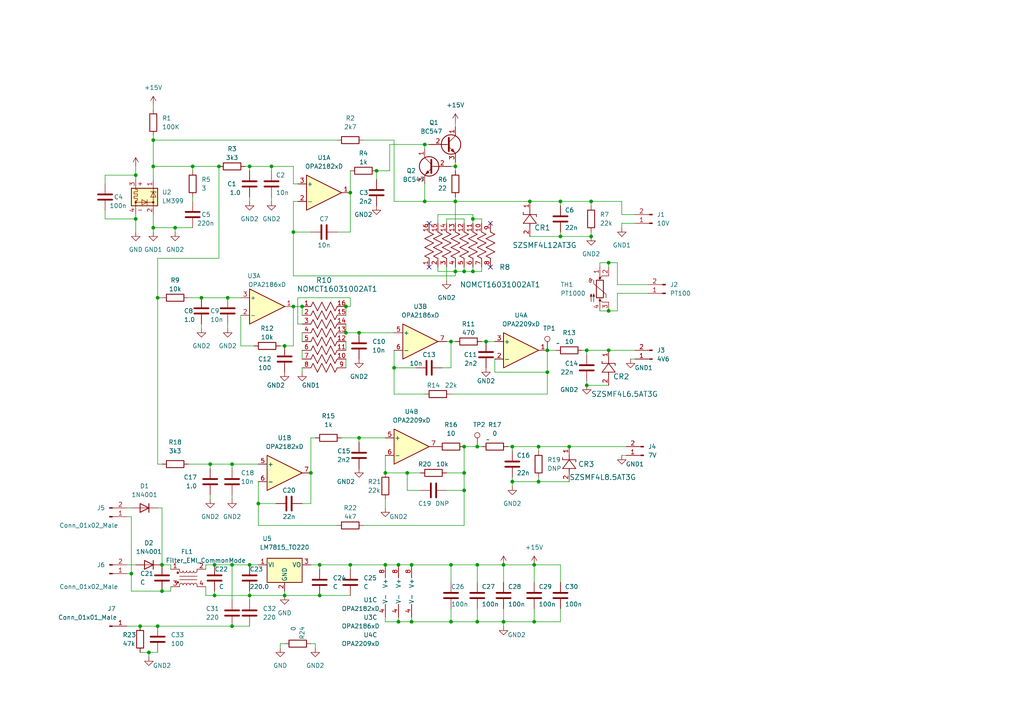
<source format=kicad_sch>
(kicad_sch (version 20231120) (generator "eeschema") (generator_version "8.0")
  (paper "A4")
  (title_block (title "Hobby 10/7/4,66 Volts reference") (date "2024-02-22") (rev "0.1"))
  (junction (at 100.33 88.9))
  (junction (at 156.21 129.54))
  (junction (at 39.37 63.5))
  (junction (at 118.11 137.16))
  (junction (at 58.42 86.36))
  (junction (at 114.3 106.68))
  (junction (at 134.62 78.74))
  (junction (at 44.45 66.04))
  (junction (at 50.8 66.04))
  (junction (at 46.99 171.45))
  (junction (at 154.94 163.83))
  (junction (at 104.14 96.52))
  (junction (at 119.38 180.34))
  (junction (at 63.5 48.26))
  (junction (at 171.45 58.42))
  (junction (at 45.72 181.61))
  (junction (at 72.39 48.26))
  (junction (at 146.05 163.83))
  (junction (at 100.33 96.52))
  (junction (at 123.19 41.91))
  (junction (at 67.31 163.83))
  (junction (at 134.62 137.16))
  (junction (at 66.04 86.36))
  (junction (at 74.93 146.05))
  (junction (at 156.21 139.7))
  (junction (at 101.6 163.83))
  (junction (at 158.75 107.95))
  (junction (at 87.63 88.9))
  (junction (at 165.1 129.54))
  (junction (at 62.23 163.83))
  (junction (at 130.81 163.83))
  (junction (at 130.81 180.34))
  (junction (at 62.23 172.72))
  (junction (at 176.53 76.2))
  (junction (at 85.09 88.9))
  (junction (at 72.39 172.72))
  (junction (at 158.75 101.6))
  (junction (at 154.94 180.34))
  (junction (at 115.57 180.34))
  (junction (at 39.37 50.8))
  (junction (at 171.45 68.58))
  (junction (at 111.76 137.16))
  (junction (at 43.18 189.23))
  (junction (at 109.22 49.53))
  (junction (at 123.19 58.42))
  (junction (at 46.99 163.83))
  (junction (at 45.72 86.36))
  (junction (at 132.08 78.74))
  (junction (at 138.43 180.34))
  (junction (at 101.6 55.88))
  (junction (at 162.56 58.42))
  (junction (at 153.67 58.42))
  (junction (at 170.18 111.76))
  (junction (at 82.55 100.33))
  (junction (at 132.08 48.26))
  (junction (at 176.53 90.17))
  (junction (at 72.39 163.83))
  (junction (at 82.55 172.72))
  (junction (at 104.14 127))
  (junction (at 115.57 163.83))
  (junction (at 134.62 142.24))
  (junction (at 137.16 78.74))
  (junction (at 138.43 129.54))
  (junction (at 38.1 166.37))
  (junction (at 78.74 48.26))
  (junction (at 92.71 172.72))
  (junction (at 137.16 63.5))
  (junction (at 40.64 181.61))
  (junction (at 130.81 99.06))
  (junction (at 140.97 99.06))
  (junction (at 134.62 129.54))
  (junction (at 111.76 163.83))
  (junction (at 55.88 48.26))
  (junction (at 85.09 67.31))
  (junction (at 67.31 181.61))
  (junction (at 162.56 68.58))
  (junction (at 132.08 58.42))
  (junction (at 176.53 101.6))
  (junction (at 44.45 40.64))
  (junction (at 138.43 163.83))
  (junction (at 148.59 139.7))
  (junction (at 92.71 163.83))
  (junction (at 67.31 134.62))
  (junction (at 148.59 129.54))
  (junction (at 119.38 163.83))
  (junction (at 60.96 134.62))
  (junction (at 170.18 101.6))
  (junction (at 44.45 48.26))
  (junction (at 146.05 180.34))
  (junction (at 90.17 137.16))
  (no_connect (at 142.24 77.47))
  (no_connect (at 142.24 64.77))
  (no_connect (at 124.46 64.77))
  (no_connect (at 124.46 77.47))
  (wire (pts (xy 85.09 48.26) (xy 85.09 53.34)))
  (wire (pts (xy 72.39 171.45) (xy 72.39 172.72)))
  (wire (pts (xy 129.54 137.16) (xy 134.62 137.16)))
  (wire (pts (xy 100.33 99.06) (xy 100.33 101.6)))
  (wire (pts (xy 82.55 171.45) (xy 82.55 172.72)))
  (wire (pts (xy 161.29 101.6) (xy 158.75 101.6)))
  (wire (pts (xy 74.93 152.4) (xy 97.79 152.4)))
  (wire (pts (xy 99.06 127) (xy 104.14 127)))
  (wire (pts (xy 81.28 186.69) (xy 82.55 186.69)))
  (wire (pts (xy 137.16 62.23) (xy 137.16 63.5)))
  (wire (pts (xy 49.53 163.83) (xy 49.53 165.1)))
  (wire (pts (xy 148.59 129.54) (xy 156.21 129.54)))
  (wire (pts (xy 113.03 41.91) (xy 123.19 41.91)))
  (wire (pts (xy 123.19 114.3) (xy 114.3 114.3)))
  (wire (pts (xy 176.53 76.2) (xy 179.07 76.2)))
  (wire (pts (xy 45.72 134.62) (xy 46.99 134.62)))
  (wire (pts (xy 46.99 163.83) (xy 49.53 163.83)))
  (wire (pts (xy 86.36 86.36) (xy 101.6 86.36)))
  (wire (pts (xy 101.6 49.53) (xy 101.6 55.88)))
  (wire (pts (xy 78.74 48.26) (xy 78.74 49.53)))
  (wire (pts (xy 105.41 40.64) (xy 114.3 40.64)))
  (wire (pts (xy 90.17 127) (xy 91.44 127)))
  (wire (pts (xy 45.72 74.93) (xy 45.72 86.36)))
  (wire (pts (xy 39.37 48.26) (xy 39.37 50.8)))
  (wire (pts (xy 180.34 132.08) (xy 181.61 132.08)))
  (wire (pts (xy 154.94 180.34) (xy 162.56 180.34)))
  (wire (pts (xy 39.37 63.5) (xy 30.48 63.5)))
  (wire (pts (xy 124.46 41.91) (xy 123.19 41.91)))
  (wire (pts (xy 101.6 86.36) (xy 101.6 88.9)))
  (wire (pts (xy 81.28 100.33) (xy 82.55 100.33)))
  (wire (pts (xy 129.54 77.47) (xy 129.54 81.28)))
  (wire (pts (xy 87.63 96.52) (xy 87.63 99.06)))
  (wire (pts (xy 109.22 49.53) (xy 109.22 52.07)))
  (wire (pts (xy 82.55 100.33) (xy 85.09 100.33)))
  (wire (pts (xy 130.81 99.06) (xy 130.81 106.68)))
  (wire (pts (xy 173.99 90.17) (xy 176.53 90.17)))
  (wire (pts (xy 55.88 66.04) (xy 50.8 66.04)))
  (wire (pts (xy 72.39 48.26) (xy 72.39 49.53)))
  (wire (pts (xy 40.64 189.23) (xy 43.18 189.23)))
  (wire (pts (xy 134.62 78.74) (xy 137.16 78.74)))
  (wire (pts (xy 69.85 91.44) (xy 69.85 100.33)))
  (wire (pts (xy 146.05 180.34) (xy 146.05 181.61)))
  (wire (pts (xy 109.22 49.53) (xy 113.03 49.53)))
  (wire (pts (xy 50.8 66.04) (xy 50.8 67.31)))
  (wire (pts (xy 73.66 100.33) (xy 69.85 100.33)))
  (wire (pts (xy 123.19 41.91) (xy 123.19 43.18)))
  (wire (pts (xy 87.63 101.6) (xy 87.63 104.14)))
  (wire (pts (xy 180.34 66.04) (xy 180.34 64.77)))
  (wire (pts (xy 171.45 58.42) (xy 180.34 58.42)))
  (wire (pts (xy 100.33 93.98) (xy 100.33 96.52)))
  (wire (pts (xy 44.45 48.26) (xy 44.45 52.07)))
  (wire (pts (xy 101.6 163.83) (xy 111.76 163.83)))
  (wire (pts (xy 130.81 163.83) (xy 138.43 163.83)))
  (wire (pts (xy 78.74 48.26) (xy 85.09 48.26)))
  (wire (pts (xy 138.43 163.83) (xy 146.05 163.83)))
  (wire (pts (xy 92.71 163.83) (xy 101.6 163.83)))
  (wire (pts (xy 154.94 163.83) (xy 162.56 163.83)))
  (wire (pts (xy 111.76 179.07) (xy 111.76 180.34)))
  (wire (pts (xy 111.76 147.32) (xy 111.76 144.78)))
  (wire (pts (xy 43.18 189.23) (xy 45.72 189.23)))
  (wire (pts (xy 113.03 49.53) (xy 113.03 41.91)))
  (wire (pts (xy 39.37 62.23) (xy 39.37 63.5)))
  (wire (pts (xy 38.1 166.37) (xy 38.1 171.45)))
  (wire (pts (xy 85.09 53.34) (xy 86.36 53.34)))
  (wire (pts (xy 86.36 58.42) (xy 85.09 58.42)))
  (wire (pts (xy 38.1 171.45) (xy 46.99 171.45)))
  (wire (pts (xy 123.19 58.42) (xy 132.08 58.42)))
  (wire (pts (xy 91.44 186.69) (xy 91.44 187.96)))
  (wire (pts (xy 90.17 137.16) (xy 90.17 146.05)))
  (wire (pts (xy 72.39 172.72) (xy 72.39 173.99)))
  (wire (pts (xy 58.42 93.98) (xy 58.42 95.25)))
  (wire (pts (xy 132.08 80.01) (xy 132.08 78.74)))
  (wire (pts (xy 130.81 48.26) (xy 132.08 48.26)))
  (wire (pts (xy 130.81 163.83) (xy 130.81 168.91)))
  (wire (pts (xy 130.81 114.3) (xy 158.75 114.3)))
  (wire (pts (xy 45.72 181.61) (xy 67.31 181.61)))
  (wire (pts (xy 59.69 163.83) (xy 62.23 163.83)))
  (wire (pts (xy 129.54 142.24) (xy 134.62 142.24)))
  (wire (pts (xy 127 78.74) (xy 132.08 78.74)))
  (wire (pts (xy 111.76 180.34) (xy 115.57 180.34)))
  (wire (pts (xy 187.96 82.55) (xy 179.07 82.55)))
  (wire (pts (xy 62.23 172.72) (xy 72.39 172.72)))
  (wire (pts (xy 134.62 142.24) (xy 134.62 152.4)))
  (wire (pts (xy 134.62 77.47) (xy 134.62 78.74)))
  (wire (pts (xy 46.99 171.45) (xy 49.53 171.45)))
  (wire (pts (xy 153.67 58.42) (xy 162.56 58.42)))
  (wire (pts (xy 132.08 58.42) (xy 132.08 64.77)))
  (wire (pts (xy 173.99 76.2) (xy 176.53 76.2)))
  (wire (pts (xy 44.45 40.64) (xy 97.79 40.64)))
  (wire (pts (xy 158.75 107.95) (xy 143.51 107.95)))
  (wire (pts (xy 74.93 139.7) (xy 74.93 146.05)))
  (wire (pts (xy 104.14 96.52) (xy 114.3 96.52)))
  (wire (pts (xy 72.39 163.83) (xy 74.93 163.83)))
  (wire (pts (xy 173.99 77.47) (xy 173.99 76.2)))
  (wire (pts (xy 158.75 101.6) (xy 158.75 107.95)))
  (wire (pts (xy 134.62 129.54) (xy 138.43 129.54)))
  (wire (pts (xy 156.21 129.54) (xy 156.21 130.81)))
  (wire (pts (xy 132.08 57.15) (xy 132.08 58.42)))
  (wire (pts (xy 134.62 64.77) (xy 134.62 63.5)))
  (wire (pts (xy 127 62.23) (xy 137.16 62.23)))
  (wire (pts (xy 101.6 88.9) (xy 100.33 88.9)))
  (wire (pts (xy 119.38 163.83) (xy 130.81 163.83)))
  (wire (pts (xy 71.12 48.26) (xy 72.39 48.26)))
  (wire (pts (xy 170.18 110.49) (xy 170.18 111.76)))
  (wire (pts (xy 179.07 82.55) (xy 179.07 76.2)))
  (wire (pts (xy 176.53 111.76) (xy 170.18 111.76)))
  (wire (pts (xy 162.56 68.58) (xy 171.45 68.58)))
  (wire (pts (xy 148.59 139.7) (xy 156.21 139.7)))
  (wire (pts (xy 72.39 57.15) (xy 72.39 58.42)))
  (wire (pts (xy 85.09 58.42) (xy 85.09 67.31)))
  (wire (pts (xy 115.57 179.07) (xy 115.57 180.34)))
  (wire (pts (xy 62.23 163.83) (xy 67.31 163.83)))
  (wire (pts (xy 36.83 166.37) (xy 38.1 166.37)))
  (wire (pts (xy 43.18 189.23) (xy 43.18 190.5)))
  (wire (pts (xy 104.14 127) (xy 111.76 127)))
  (wire (pts (xy 30.48 60.96) (xy 30.48 63.5)))
  (wire (pts (xy 180.34 58.42) (xy 180.34 62.23)))
  (wire (pts (xy 146.05 180.34) (xy 154.94 180.34)))
  (wire (pts (xy 45.72 147.32) (xy 46.99 147.32)))
  (wire (pts (xy 137.16 78.74) (xy 139.7 78.74)))
  (wire (pts (xy 132.08 46.99) (xy 132.08 48.26)))
  (wire (pts (xy 121.92 142.24) (xy 118.11 142.24)))
  (wire (pts (xy 139.7 99.06) (xy 140.97 99.06)))
  (wire (pts (xy 39.37 52.07) (xy 39.37 50.8)))
  (wire (pts (xy 162.56 67.31) (xy 162.56 68.58)))
  (wire (pts (xy 63.5 74.93) (xy 63.5 48.26)))
  (wire (pts (xy 158.75 107.95) (xy 158.75 114.3)))
  (wire (pts (xy 156.21 138.43) (xy 156.21 139.7)))
  (wire (pts (xy 162.56 163.83) (xy 162.56 168.91)))
  (wire (pts (xy 105.41 152.4) (xy 134.62 152.4)))
  (wire (pts (xy 127 77.47) (xy 127 78.74)))
  (wire (pts (xy 67.31 181.61) (xy 72.39 181.61)))
  (wire (pts (xy 146.05 163.83) (xy 154.94 163.83)))
  (wire (pts (xy 30.48 50.8) (xy 30.48 53.34)))
  (wire (pts (xy 101.6 67.31) (xy 101.6 55.88)))
  (wire (pts (xy 74.93 146.05) (xy 74.93 152.4)))
  (wire (pts (xy 39.37 50.8) (xy 30.48 50.8)))
  (wire (pts (xy 180.34 64.77) (xy 184.15 64.77)))
  (wire (pts (xy 187.96 85.09) (xy 179.07 85.09)))
  (wire (pts (xy 127 64.77) (xy 127 62.23)))
  (wire (pts (xy 138.43 180.34) (xy 146.05 180.34)))
  (wire (pts (xy 60.96 143.51) (xy 60.96 144.78)))
  (wire (pts (xy 36.83 147.32) (xy 38.1 147.32)))
  (wire (pts (xy 100.33 104.14) (xy 100.33 106.68)))
  (wire (pts (xy 72.39 48.26) (xy 78.74 48.26)))
  (wire (pts (xy 171.45 58.42) (xy 171.45 59.69)))
  (wire (pts (xy 130.81 99.06) (xy 129.54 99.06)))
  (wire (pts (xy 139.7 63.5) (xy 139.7 64.77)))
  (wire (pts (xy 54.61 134.62) (xy 60.96 134.62)))
  (wire (pts (xy 55.88 48.26) (xy 44.45 48.26)))
  (wire (pts (xy 97.79 67.31) (xy 101.6 67.31)))
  (wire (pts (xy 58.42 86.36) (xy 66.04 86.36)))
  (wire (pts (xy 134.62 63.5) (xy 129.54 63.5)))
  (wire (pts (xy 59.69 172.72) (xy 62.23 172.72)))
  (wire (pts (xy 85.09 88.9) (xy 85.09 100.33)))
  (wire (pts (xy 114.3 106.68) (xy 114.3 114.3)))
  (wire (pts (xy 92.71 172.72) (xy 101.6 172.72)))
  (wire (pts (xy 162.56 176.53) (xy 162.56 180.34)))
  (wire (pts (xy 118.11 137.16) (xy 118.11 142.24)))
  (wire (pts (xy 59.69 170.18) (xy 59.69 172.72)))
  (wire (pts (xy 165.1 129.54) (xy 181.61 129.54)))
  (wire (pts (xy 132.08 99.06) (xy 130.81 99.06)))
  (wire (pts (xy 82.55 172.72) (xy 92.71 172.72)))
  (wire (pts (xy 45.72 74.93) (xy 63.5 74.93)))
  (wire (pts (xy 138.43 129.54) (xy 139.7 129.54)))
  (wire (pts (xy 85.09 67.31) (xy 90.17 67.31)))
  (wire (pts (xy 179.07 85.09) (xy 179.07 90.17)))
  (wire (pts (xy 114.3 106.68) (xy 120.65 106.68)))
  (wire (pts (xy 147.32 129.54) (xy 148.59 129.54)))
  (wire (pts (xy 44.45 39.37) (xy 44.45 40.64)))
  (wire (pts (xy 66.04 86.36) (xy 69.85 86.36)))
  (wire (pts (xy 90.17 146.05) (xy 87.63 146.05)))
  (wire (pts (xy 153.67 68.58) (xy 162.56 68.58)))
  (wire (pts (xy 85.09 88.9) (xy 87.63 88.9)))
  (wire (pts (xy 148.59 139.7) (xy 148.59 140.97)))
  (wire (pts (xy 123.19 53.34) (xy 123.19 58.42)))
  (wire (pts (xy 118.11 137.16) (xy 121.92 137.16)))
  (wire (pts (xy 36.83 163.83) (xy 39.37 163.83)))
  (wire (pts (xy 171.45 67.31) (xy 171.45 68.58)))
  (wire (pts (xy 87.63 88.9) (xy 87.63 91.44)))
  (wire (pts (xy 146.05 176.53) (xy 146.05 180.34)))
  (wire (pts (xy 138.43 176.53) (xy 138.43 180.34)))
  (wire (pts (xy 132.08 48.26) (xy 132.08 49.53)))
  (wire (pts (xy 46.99 86.36) (xy 45.72 86.36)))
  (wire (pts (xy 130.81 106.68) (xy 128.27 106.68)))
  (wire (pts (xy 132.08 78.74) (xy 134.62 78.74)))
  (wire (pts (xy 143.51 104.14) (xy 143.51 107.95)))
  (wire (pts (xy 67.31 134.62) (xy 74.93 134.62)))
  (wire (pts (xy 36.83 181.61) (xy 40.64 181.61)))
  (wire (pts (xy 139.7 77.47) (xy 139.7 78.74)))
  (wire (pts (xy 148.59 138.43) (xy 148.59 139.7)))
  (wire (pts (xy 36.83 149.86) (xy 38.1 149.86)))
  (wire (pts (xy 148.59 129.54) (xy 148.59 130.81)))
  (wire (pts (xy 81.28 187.96) (xy 81.28 186.69)))
  (wire (pts (xy 132.08 58.42) (xy 153.67 58.42)))
  (wire (pts (xy 100.33 96.52) (xy 104.14 96.52)))
  (wire (pts (xy 55.88 48.26) (xy 63.5 48.26)))
  (wire (pts (xy 67.31 143.51) (xy 67.31 144.78)))
  (wire (pts (xy 67.31 134.62) (xy 67.31 135.89)))
  (wire (pts (xy 132.08 78.74) (xy 132.08 77.47)))
  (wire (pts (xy 78.74 57.15) (xy 78.74 58.42)))
  (wire (pts (xy 111.76 137.16) (xy 118.11 137.16)))
  (wire (pts (xy 66.04 95.25) (xy 66.04 93.98)))
  (wire (pts (xy 38.1 149.86) (xy 38.1 166.37)))
  (wire (pts (xy 115.57 180.34) (xy 119.38 180.34)))
  (wire (pts (xy 44.45 66.04) (xy 44.45 67.31)))
  (wire (pts (xy 154.94 176.53) (xy 154.94 180.34)))
  (wire (pts (xy 137.16 63.5) (xy 139.7 63.5)))
  (wire (pts (xy 162.56 58.42) (xy 171.45 58.42)))
  (wire (pts (xy 39.37 63.5) (xy 39.37 67.31)))
  (wire (pts (xy 40.64 181.61) (xy 45.72 181.61)))
  (wire (pts (xy 114.3 58.42) (xy 123.19 58.42)))
  (wire (pts (xy 129.54 63.5) (xy 129.54 64.77)))
  (wire (pts (xy 44.45 40.64) (xy 44.45 48.26)))
  (wire (pts (xy 101.6 163.83) (xy 101.6 165.1)))
  (wire (pts (xy 92.71 163.83) (xy 92.71 165.1)))
  (wire (pts (xy 154.94 163.83) (xy 154.94 168.91)))
  (wire (pts (xy 86.36 93.98) (xy 86.36 86.36)))
  (wire (pts (xy 119.38 180.34) (xy 130.81 180.34)))
  (wire (pts (xy 111.76 163.83) (xy 115.57 163.83)))
  (wire (pts (xy 170.18 101.6) (xy 170.18 102.87)))
  (wire (pts (xy 156.21 139.7) (xy 165.1 139.7)))
  (wire (pts (xy 59.69 165.1) (xy 59.69 163.83)))
  (wire (pts (xy 100.33 88.9) (xy 100.33 91.44)))
  (wire (pts (xy 87.63 106.68) (xy 87.63 107.95)))
  (wire (pts (xy 137.16 64.77) (xy 137.16 63.5)))
  (wire (pts (xy 132.08 35.56) (xy 132.08 36.83)))
  (wire (pts (xy 85.09 67.31) (xy 85.09 80.01)))
  (wire (pts (xy 146.05 163.83) (xy 146.05 168.91)))
  (wire (pts (xy 104.14 127) (xy 104.14 128.27)))
  (wire (pts (xy 55.88 57.15) (xy 55.88 58.42)))
  (wire (pts (xy 67.31 163.83) (xy 67.31 173.99)))
  (wire (pts (xy 184.15 62.23) (xy 180.34 62.23)))
  (wire (pts (xy 54.61 86.36) (xy 58.42 86.36)))
  (wire (pts (xy 60.96 134.62) (xy 67.31 134.62)))
  (wire (pts (xy 182.88 104.14) (xy 184.15 104.14)))
  (wire (pts (xy 46.99 147.32) (xy 46.99 163.83)))
  (wire (pts (xy 90.17 186.69) (xy 91.44 186.69)))
  (wire (pts (xy 44.45 62.23) (xy 44.45 66.04)))
  (wire (pts (xy 50.8 66.04) (xy 44.45 66.04)))
  (wire (pts (xy 60.96 134.62) (xy 60.96 135.89)))
  (wire (pts (xy 130.81 180.34) (xy 138.43 180.34)))
  (wire (pts (xy 74.93 146.05) (xy 80.01 146.05)))
  (wire (pts (xy 156.21 129.54) (xy 165.1 129.54)))
  (wire (pts (xy 55.88 48.26) (xy 55.88 49.53)))
  (wire (pts (xy 87.63 93.98) (xy 86.36 93.98)))
  (wire (pts (xy 176.53 76.2) (xy 176.53 77.47)))
  (wire (pts (xy 114.3 40.64) (xy 114.3 58.42)))
  (wire (pts (xy 45.72 86.36) (xy 45.72 134.62)))
  (wire (pts (xy 130.81 176.53) (xy 130.81 180.34)))
  (wire (pts (xy 134.62 129.54) (xy 134.62 137.16)))
  (wire (pts (xy 134.62 137.16) (xy 134.62 142.24)))
  (wire (pts (xy 90.17 137.16) (xy 90.17 127)))
  (wire (pts (xy 168.91 101.6) (xy 170.18 101.6)))
  (wire (pts (xy 143.51 99.06) (xy 140.97 99.06)))
  (wire (pts (xy 49.53 170.18) (xy 49.53 171.45)))
  (wire (pts (xy 162.56 58.42) (xy 162.56 59.69)))
  (wire (pts (xy 90.17 163.83) (xy 92.71 163.83)))
  (wire (pts (xy 179.07 90.17) (xy 176.53 90.17)))
  (wire (pts (xy 85.09 80.01) (xy 132.08 80.01)))
  (wire (pts (xy 170.18 101.6) (xy 176.53 101.6)))
  (wire (pts (xy 67.31 163.83) (xy 72.39 163.83)))
  (wire (pts (xy 72.39 172.72) (xy 82.55 172.72)))
  (wire (pts (xy 111.76 132.08) (xy 111.76 137.16)))
  (wire (pts (xy 119.38 179.07) (xy 119.38 180.34)))
  (wire (pts (xy 138.43 163.83) (xy 138.43 168.91)))
  (wire (pts (xy 62.23 171.45) (xy 62.23 172.72)))
  (wire (pts (xy 114.3 101.6) (xy 114.3 106.68)))
  (wire (pts (xy 115.57 163.83) (xy 119.38 163.83)))
  (wire (pts (xy 137.16 77.47) (xy 137.16 78.74)))
  (wire (pts (xy 176.53 101.6) (xy 184.15 101.6)))
  (wire (pts (xy 44.45 30.48) (xy 44.45 31.75)))
  (symbol (lib_id "Amplifier_Operational:OPA2196xD") (at 77.47 88.9 0) (unit 1)
    (property "Reference" "U3" (at 73.66 80.01 0))
    (property "Value" "OPA2186xD" (at 77.47 82.55 0))
    (property "Footprint" "Package_SO:SOIC-8_3.9x4.9mm_P1.27mm" (effects (hide yes)))
    (property "Datasheet" "http://www.ti.com/lit/ds/symlink/opa4196.pdf" (effects (hide yes)))
  )
  (symbol (lib_id "power:GND1") (at 180.34 66.04 0) (unit 1)
    (property "Reference" "#PWR07" (effects (hide yes)))
    (property "Value" "GND1" (at 180.34 71.12 0))
  )
  (symbol (lib_id "power:GND2") (at 148.59 140.97 0) (unit 1)
    (property "Reference" "#PWR023" (effects (hide yes)))
    (property "Value" "GND2" (at 148.59 146.05 0))
  )
  (symbol (lib_id "Connector:Conn_01x02_Male") (at 31.75 166.37 0) (mirror x) (unit 1)
    (property "Reference" "J6" (at 30.48 163.8299 0) (effects (justify right)))
    (property "Value" "Conn_01x02_Male" (at 34.29 170.18 0) (effects (justify right)))
    (property "Footprint" "Connector_PinHeader_2.54mm:PinHeader_1x02_P2.54mm_Horizontal" (effects (hide yes)))
  )
  (symbol (lib_id "Transistor_BJT:BC547") (at 125.73 48.26 0) (mirror y) (unit 1)
    (property "Reference" "Q2" (at 120.65 49.53 0) (effects (justify left)))
    (property "Value" "BC547" (at 123.19 52.07 0) (effects (justify left)))
    (property "Footprint" "Package_TO_SOT_THT:TO-92_Inline" (effects (hide yes)))
    (property "Datasheet" "https://www.onsemi.com/pub/Collateral/BC550-D.pdf" (effects (hide yes)))
  )
  (symbol (lib_id "NOMC:NOMCT16031002AT1") (at 124.46 77.47 90) (unit 1)
    (property "Reference" "R8" (at 144.78 77.47 90) (effects (font (size 1.524 1.524)) (justify right)))
    (property "Value" "NOMCT16031002AT1" (at 133.35 82.55 90) (effects (font (size 1.524 1.524)) (justify right)))
    (property "Footprint" "Package_SO:SO-16_3.9x9.9mm_P1.27mm" (effects (hide yes)))
    (property "Datasheet" "NOMCT16031002AT1" (effects (hide yes)))
  )
  (symbol (lib_id "Amplifier_Operational:OPA2196xD") (at 115.57 171.45 0) (unit 3)
    (property "Reference" "U3" (at 105.41 179.07 0) (effects (justify left)))
    (property "Value" "OPA2186xD" (at 99.06 181.61 0) (effects (justify left)))
    (property "Footprint" "Package_SO:SOIC-8_3.9x4.9mm_P1.27mm" (effects (hide yes)))
    (property "Datasheet" "http://www.ti.com/lit/ds/symlink/opa4196.pdf" (effects (hide yes)))
  )
  (symbol (lib_id "power:+15V") (at 154.94 163.83 0) (unit 1)
    (property "Reference" "#PWR028" (effects (hide yes)))
    (property "Value" "+15V" (at 154.94 158.75 0))
  )
  (symbol (lib_id "Device:R") (at 156.21 134.62 0) (unit 1)
    (property "Reference" "R19" (at 158.75 133.3499 0) (effects (justify left)))
    (property "Value" "DNP" (at 158.75 135.8899 0) (effects (justify left)))
    (property "Footprint" "Resistor_SMD:R_0805_2012Metric_Pad1.20x1.40mm_HandSolder" (effects (hide yes)))
  )
  (symbol (lib_id "power:GND1") (at 44.45 67.31 0) (unit 1)
    (property "Reference" "#PWR09" (effects (hide yes)))
    (property "Value" "GND1" (at 44.45 72.39 0))
  )
  (symbol (lib_id "Device:C") (at 104.14 132.08 0) (unit 1)
    (property "Reference" "C15" (at 97.79 130.81 0) (effects (justify left)))
    (property "Value" "2n2" (at 97.79 133.35 0) (effects (justify left)))
    (property "Footprint" "Capacitor_SMD:C_0805_2012Metric_Pad1.18x1.45mm_HandSolder" (effects (hide yes)))
  )
  (symbol (lib_id "Diode:1N4001") (at 41.91 147.32 180) (unit 1)
    (property "Reference" "D1" (at 41.91 140.97 0))
    (property "Value" "1N4001" (at 41.91 143.51 0))
    (property "Footprint" "Diode_THT:D_DO-41_SOD81_P10.16mm_Horizontal" (effects (hide yes)))
    (property "Datasheet" "http://www.vishay.com/docs/88503/1n4001.pdf" (effects (hide yes)))
  )
  (symbol (lib_id "Device:R") (at 55.88 53.34 0) (unit 1)
    (property "Reference" "R5" (at 58.42 52.0699 0) (effects (justify left)))
    (property "Value" "3" (at 58.42 54.6099 0) (effects (justify left)))
    (property "Footprint" "Resistor_SMD:R_0805_2012Metric_Pad1.20x1.40mm_HandSolder" (effects (hide yes)))
  )
  (symbol (lib_id "Device:R") (at 111.76 140.97 0) (unit 1)
    (property "Reference" "R21" (at 106.68 139.7 0) (effects (justify left)))
    (property "Value" "22k" (at 106.68 142.24 0) (effects (justify left)))
    (property "Footprint" "Resistor_SMD:R_0805_2012Metric_Pad1.20x1.40mm_HandSolder" (effects (hide yes)))
  )
  (symbol (lib_id "power:+24V") (at 146.05 163.83 0) (unit 1)
    (property "Reference" "#PWR027" (effects (hide yes)))
    (property "Value" "+24V" (effects (hide yes)))
  )
  (symbol (lib_id "Connector:Conn_01x02_Male") (at 189.23 104.14 180) (unit 1)
    (property "Reference" "J3" (at 190.5 101.5999 0) (effects (justify right)))
    (property "Value" "4V6" (at 190.5 104.1399 0) (effects (justify right)))
    (property "Footprint" "Connector_PinHeader_2.54mm:PinHeader_1x02_P2.54mm_Vertical" (effects (hide yes)))
  )
  (symbol (lib_id "Diode:1N4001") (at 43.18 163.83 180) (unit 1)
    (property "Reference" "D2" (at 43.18 157.48 0))
    (property "Value" "1N4001" (at 43.18 160.02 0))
    (property "Footprint" "Diode_THT:D_DO-41_SOD81_P10.16mm_Horizontal" (effects (hide yes)))
    (property "Datasheet" "http://www.vishay.com/docs/88503/1n4001.pdf" (effects (hide yes)))
  )
  (symbol (lib_id "Device:R") (at 67.31 48.26 90) (unit 1)
    (property "Reference" "R3" (at 67.31 43.18 90))
    (property "Value" "3k3" (at 67.31 45.72 90))
    (property "Footprint" "Resistor_SMD:R_0805_2012Metric_Pad1.20x1.40mm_HandSolder" (effects (hide yes)))
  )
  (symbol (lib_id "Device:R") (at 127 114.3 90) (unit 1)
    (property "Reference" "R14" (at 125.73 111.76 90))
    (property "Value" "22k" (at 130.81 111.76 90))
    (property "Footprint" "Resistor_SMD:R_0805_2012Metric_Pad1.20x1.40mm_HandSolder" (effects (hide yes)))
  )
  (symbol (lib_id "Device:R") (at 86.36 186.69 270) (mirror x) (unit 1)
    (property "Reference" "R24" (at 87.63 181.61 0) (effects (justify right)))
    (property "Value" "0" (at 85.09 181.61 0) (effects (justify right)))
    (property "Footprint" "Resistor_SMD:R_1206_3216Metric_Pad1.30x1.75mm_HandSolder" (effects (hide yes)))
  )
  (symbol (lib_id "power:GND2") (at 171.45 68.58 0) (unit 1)
    (property "Reference" "#PWR011" (effects (hide yes)))
    (property "Value" "GND2" (at 171.45 73.66 0))
  )
  (symbol (lib_id "Regulator_Linear:LM7815_TO220") (at 82.55 163.83 0) (unit 1)
    (property "Reference" "U5" (at 77.47 156.21 0))
    (property "Value" "LM7815_TO220" (at 82.55 158.75 0))
    (property "Footprint" "Package_TO_SOT_THT:TO-220-3_Vertical" (effects (hide yes)))
    (property "Datasheet" "https://www.onsemi.cn/PowerSolutions/document/MC7800-D.PDF" (effects (hide yes)))
  )
  (symbol (lib_id "Device:C") (at 162.56 63.5 0) (unit 1)
    (property "Reference" "C6" (at 163.83 60.96 0) (effects (justify left)))
    (property "Value" "22n" (at 163.83 66.04 0) (effects (justify left)))
    (property "Footprint" "Capacitor_SMD:C_0805_2012Metric_Pad1.18x1.45mm_HandSolder" (effects (hide yes)))
  )
  (symbol (lib_id "Amplifier_Operational:OPA2196xD") (at 119.38 129.54 0) (unit 2)
    (property "Reference" "U4" (at 119.38 119.38 0))
    (property "Value" "OPA2209xD" (at 119.38 121.92 0))
    (property "Footprint" "Package_SO:SOIC-8_3.9x4.9mm_P1.27mm" (effects (hide yes)))
    (property "Datasheet" "http://www.ti.com/lit/ds/symlink/opa4196.pdf" (effects (hide yes)))
  )
  (symbol (lib_id "Device:R") (at 143.51 129.54 90) (unit 1)
    (property "Reference" "R17" (at 143.51 123.19 90))
    (property "Value" "0" (at 143.51 125.73 90))
    (property "Footprint" "Resistor_SMD:R_0805_2012Metric_Pad1.20x1.40mm_HandSolder" (effects (hide yes)))
  )
  (symbol (lib_id "Device:C") (at 170.18 106.68 0) (mirror y) (unit 1)
    (property "Reference" "C14" (at 163.83 105.41 0) (effects (justify right)))
    (property "Value" "22n" (at 162.56 107.95 0) (effects (justify right)))
    (property "Footprint" "Capacitor_SMD:C_0805_2012Metric_Pad1.18x1.45mm_HandSolder" (effects (hide yes)))
  )
  (symbol (lib_id "power:GND2") (at 104.14 135.89 0) (unit 1)
    (property "Reference" "#PWR022" (effects (hide yes)))
    (property "Value" "GND2" (at 100.33 139.7 0))
  )
  (symbol (lib_id "Device:C") (at 62.23 167.64 0) (unit 1)
    (property "Reference" "C22" (at 62.23 165.1 0) (effects (justify left)))
    (property "Value" "C" (at 63.5 170.18 0) (effects (justify left)))
    (property "Footprint" "Capacitor_SMD:C_1206_3216Metric" (effects (hide yes)))
  )
  (symbol (lib_id "Device:C") (at 130.81 172.72 0) (unit 1)
    (property "Reference" "C26" (at 130.81 170.18 0) (effects (justify left)))
    (property "Value" "100n" (at 130.81 175.26 0) (effects (justify left)))
    (property "Footprint" "Capacitor_SMD:C_0805_2012Metric_Pad1.18x1.45mm_HandSolder" (effects (hide yes)))
  )
  (symbol (lib_id "Device:R") (at 40.64 185.42 0) (mirror y) (unit 1)
    (property "Reference" "R23" (at 35.56 184.15 0) (effects (justify right)))
    (property "Value" "47k" (at 35.56 186.69 0) (effects (justify right)))
    (property "Footprint" "Resistor_SMD:R_1206_3216Metric_Pad1.30x1.75mm_HandSolder" (effects (hide yes)))
  )
  (symbol (lib_id "Device:C") (at 67.31 177.8 0) (mirror y) (unit 1)
    (property "Reference" "C31" (at 59.69 176.53 0) (effects (justify right)))
    (property "Value" "220" (at 59.69 179.07 0) (effects (justify right)))
    (property "Footprint" "Capacitor_SMD:C_0805_2012Metric_Pad1.18x1.45mm_HandSolder" (effects (hide yes)))
  )
  (symbol (lib_id "power:GND1") (at 180.34 132.08 0) (unit 1)
    (property "Reference" "#PWR021" (effects (hide yes)))
    (property "Value" "GND1" (at 184.15 134.62 0))
  )
  (symbol (lib_id "Device:C") (at 146.05 172.72 0) (unit 1)
    (property "Reference" "C28" (at 147.32 170.18 0) (effects (justify left)))
    (property "Value" "100n" (at 147.32 175.26 0) (effects (justify left)))
    (property "Footprint" "Capacitor_SMD:C_0805_2012Metric_Pad1.18x1.45mm_HandSolder" (effects (hide yes)))
  )
  (symbol (lib_id "Amplifier_Operational:OPA2196xD") (at 93.98 55.88 0) (unit 1)
    (property "Reference" "U1" (at 93.98 45.72 0))
    (property "Value" "OPA2182xD" (at 93.98 48.26 0))
    (property "Footprint" "Package_SO:SOIC-8_3.9x4.9mm_P1.27mm" (effects (hide yes)))
    (property "Datasheet" "http://www.ti.com/lit/ds/symlink/opa4196.pdf" (effects (hide yes)))
  )
  (symbol (lib_id "Device:C") (at 154.94 172.72 0) (unit 1)
    (property "Reference" "C29" (at 156.21 170.18 0) (effects (justify left)))
    (property "Value" "100n" (at 156.21 175.26 0) (effects (justify left)))
    (property "Footprint" "Capacitor_SMD:C_0805_2012Metric_Pad1.18x1.45mm_HandSolder" (effects (hide yes)))
  )
  (symbol (lib_id "TVS:TPSMF4L5.0A") (at 165.1 139.7 90) (unit 1)
    (property "Reference" "CR3" (at 167.64 134.62 90) (effects (font (size 1.524 1.524)) (justify right)))
    (property "Value" "SZSMF4L8.5AT3G" (at 165.1 138.43 90) (effects (font (size 1.524 1.524)) (justify right)))
    (property "Footprint" "TVS:ZDO_TPSMF4L5.0A_LTF" (effects (hide yes)))
    (property "Datasheet" "TPSMF4L5.0A" (effects (hide yes)))
  )
  (symbol (lib_id "Connector:Conn_01x02_Male") (at 189.23 64.77 180) (unit 1)
    (property "Reference" "J1" (at 190.5 62.2299 0) (effects (justify right)))
    (property "Value" "10V" (at 190.5 64.7699 0) (effects (justify right)))
    (property "Footprint" "Connector_PinHeader_2.54mm:PinHeader_1x02_P2.54mm_Vertical" (effects (hide yes)))
  )
  (symbol (lib_id "power:GND2") (at 60.96 144.78 0) (unit 1)
    (property "Reference" "#PWR024" (effects (hide yes)))
    (property "Value" "GND2" (at 60.96 149.86 0))
  )
  (symbol (lib_id "Connector:Conn_01x02_Male") (at 193.04 85.09 180) (unit 1)
    (property "Reference" "J2" (at 194.31 82.5499 0) (effects (justify right)))
    (property "Value" "PT100" (at 194.31 85.0899 0) (effects (justify right)))
    (property "Footprint" "Connector_PinHeader_2.54mm:PinHeader_1x02_P2.54mm_Vertical" (effects (hide yes)))
  )
  (symbol (lib_id "Connector:Conn_01x02_Male") (at 31.75 149.86 0) (mirror x) (unit 1)
    (property "Reference" "J5" (at 30.48 147.3199 0) (effects (justify right)))
    (property "Value" "Conn_01x02_Male" (at 34.29 152.4 0) (effects (justify right)))
    (property "Footprint" "Connector_PinHeader_2.54mm:PinHeader_1x02_P2.54mm_Horizontal" (effects (hide yes)))
  )
  (symbol (lib_id "power:GND") (at 82.55 172.72 0) (unit 1)
    (property "Reference" "#PWR029" (effects (hide yes)))
    (property "Value" "GND" (at 82.55 177.8 0))
  )
  (symbol (lib_id "power:GND2") (at 72.39 58.42 0) (unit 1)
    (property "Reference" "#PWR04" (effects (hide yes)))
    (property "Value" "GND2" (at 72.39 63.5 0))
  )
  (symbol (lib_id "Device:C") (at 30.48 57.15 0) (unit 1)
    (property "Reference" "C4" (at 33.02 57.15 0) (effects (justify left)))
    (property "Value" "100n" (at 31.75 59.69 0) (effects (justify left)))
    (property "Footprint" "Capacitor_SMD:C_0805_2012Metric_Pad1.18x1.45mm_HandSolder" (effects (hide yes)))
  )
  (symbol (lib_id "power:GND2") (at 170.18 111.76 0) (unit 1)
    (property "Reference" "#PWR020" (effects (hide yes)))
    (property "Value" "GND2" (at 165.1 113.03 0))
  )
  (symbol (lib_id "Device:C") (at 55.88 62.23 0) (unit 1)
    (property "Reference" "C5" (at 58.42 62.23 0) (effects (justify left)))
    (property "Value" "220n" (at 57.15 64.77 0) (effects (justify left)))
    (property "Footprint" "Capacitor_SMD:C_0805_2012Metric_Pad1.18x1.45mm_HandSolder" (effects (hide yes)))
  )
  (symbol (lib_id "Device:R") (at 101.6 40.64 90) (unit 1)
    (property "Reference" "R2" (at 101.6 34.29 90))
    (property "Value" "2k7" (at 101.6 36.83 90))
    (property "Footprint" "Resistor_SMD:R_0805_2012Metric_Pad1.20x1.40mm_HandSolder" (effects (hide yes)))
  )
  (symbol (lib_id "Device:R") (at 44.45 35.56 0) (unit 1)
    (property "Reference" "R1" (at 46.99 34.2899 0) (effects (justify left)))
    (property "Value" "100K" (at 46.99 36.8299 0) (effects (justify left)))
    (property "Footprint" "Resistor_SMD:R_0805_2012Metric_Pad1.20x1.40mm_HandSolder" (effects (hide yes)))
  )
  (symbol (lib_id "power:GND1") (at 182.88 104.14 0) (unit 1)
    (property "Reference" "#PWR016" (effects (hide yes)))
    (property "Value" "GND1" (at 186.69 106.68 0))
  )
  (symbol (lib_id "Device:C") (at 125.73 142.24 90) (unit 1)
    (property "Reference" "C19" (at 123.19 146.05 90))
    (property "Value" "DNP" (at 128.27 146.05 90))
    (property "Footprint" "Capacitor_SMD:C_0805_2012Metric_Pad1.18x1.45mm_HandSolder" (effects (hide yes)))
  )
  (symbol (lib_id "Device:R") (at 165.1 101.6 90) (unit 1)
    (property "Reference" "R13" (at 165.1 96.52 90))
    (property "Value" "10" (at 165.1 99.06 90))
    (property "Footprint" "Resistor_SMD:R_0805_2012Metric_Pad1.20x1.40mm_HandSolder" (effects (hide yes)))
  )
  (symbol (lib_id "power:GND2") (at 43.18 190.5 0) (unit 1)
    (property "Reference" "#PWR033" (effects (hide yes)))
    (property "Value" "GND2" (at 46.99 193.04 0))
  )
  (symbol (lib_id "Device:C") (at 101.6 168.91 0) (unit 1)
    (property "Reference" "C25" (at 105.41 167.6399 0) (effects (justify left)))
    (property "Value" "C" (at 105.41 170.1799 0) (effects (justify left)))
    (property "Footprint" "Capacitor_THT:CP_Radial_D10.0mm_P7.50mm" (effects (hide yes)))
  )
  (symbol (lib_id "Device:C") (at 67.31 139.7 0) (unit 1)
    (property "Reference" "C18" (at 69.85 137.16 0) (effects (justify left)))
    (property "Value" "10n" (at 69.85 139.7 0) (effects (justify left)))
    (property "Footprint" "Capacitor_SMD:C_0805_2012Metric_Pad1.18x1.45mm_HandSolder" (effects (hide yes)))
    (property "Datasheet" "GCM2195C1K103FA16D " (effects (hide yes)))
  )
  (symbol (lib_id "power:GND2") (at 104.14 104.14 0) (unit 1)
    (property "Reference" "#PWR015" (effects (hide yes)))
    (property "Value" "GND2" (at 104.14 109.22 0))
  )
  (symbol (lib_id "Device:C") (at 93.98 67.31 270) (unit 1)
    (property "Reference" "C7" (at 93.98 63.5 90))
    (property "Value" "10n" (at 93.98 71.12 90))
    (property "Footprint" "Capacitor_SMD:C_0805_2012Metric_Pad1.18x1.45mm_HandSolder" (effects (hide yes)))
  )
  (symbol (lib_id "Device:C") (at 140.97 102.87 0) (mirror y) (unit 1)
    (property "Reference" "C11" (at 138.43 102.87 0) (effects (justify left)))
    (property "Value" "2n2" (at 138.43 105.41 0) (effects (justify left)))
    (property "Footprint" "Capacitor_SMD:C_0805_2012Metric_Pad1.18x1.45mm_HandSolder" (effects (hide yes)))
  )
  (symbol (lib_id "Device:R") (at 95.25 127 90) (unit 1)
    (property "Reference" "R15" (at 95.25 120.65 90))
    (property "Value" "1k" (at 95.25 123.19 90))
    (property "Footprint" "Resistor_SMD:R_0805_2012Metric_Pad1.20x1.40mm_HandSolder" (effects (hide yes)))
  )
  (symbol (lib_id "Device:R") (at 101.6 152.4 90) (unit 1)
    (property "Reference" "R22" (at 101.6 147.32 90))
    (property "Value" "4k7" (at 101.6 149.86 90))
    (property "Footprint" "Resistor_SMD:R_0805_2012Metric_Pad1.20x1.40mm_HandSolder" (effects (hide yes)))
  )
  (symbol (lib_id "Device:C") (at 72.39 167.64 0) (unit 1)
    (property "Reference" "C23" (at 72.39 165.1 0) (effects (justify left)))
    (property "Value" "220.0" (at 72.39 170.18 0) (effects (justify left)))
    (property "Footprint" "Capacitor_THT:CP_Radial_D10.0mm_P7.50mm" (effects (hide yes)))
  )
  (symbol (lib_id "Device:C") (at 83.82 146.05 90) (unit 1)
    (property "Reference" "C20" (at 83.82 142.24 90))
    (property "Value" "22n" (at 83.82 149.86 90))
    (property "Footprint" "Capacitor_SMD:C_0805_2012Metric_Pad1.18x1.45mm_HandSolder" (effects (hide yes)))
  )
  (symbol (lib_id "power:GND2") (at 58.42 95.25 0) (unit 1)
    (property "Reference" "#PWR013" (effects (hide yes)))
    (property "Value" "GND2" (at 58.42 100.33 0))
  )
  (symbol (lib_id "Device:R") (at 77.47 100.33 90) (unit 1)
    (property "Reference" "R12" (at 77.47 95.25 90))
    (property "Value" "10k" (at 77.47 97.79 90))
    (property "Footprint" "Resistor_SMD:R_0805_2012Metric_Pad1.20x1.40mm_HandSolder" (effects (hide yes)))
  )
  (symbol (lib_id "Device:C") (at 66.04 90.17 0) (unit 1)
    (property "Reference" "C9" (at 60.96 90.17 0) (effects (justify left)))
    (property "Value" "10n" (at 60.96 92.71 0) (effects (justify left)))
    (property "Footprint" "Capacitor_SMD:C_0805_2012Metric_Pad1.18x1.45mm_HandSolder" (effects (hide yes)))
    (property "Datasheet" "GCM2195C1K103FA16D " (effects (hide yes)))
  )
  (symbol (lib_id "power:GND2") (at 146.05 181.61 0) (unit 1)
    (property "Reference" "#PWR030" (effects (hide yes)))
    (property "Value" "GND2" (at 149.86 184.15 0))
  )
  (symbol (lib_id "power:GND2") (at 50.8 67.31 0) (unit 1)
    (property "Reference" "#PWR010" (effects (hide yes)))
    (property "Value" "GND2" (at 50.8 72.39 0))
  )
  (symbol (lib_id "Device:C") (at 104.14 100.33 0) (unit 1)
    (property "Reference" "C10" (at 107.95 99.0599 0) (effects (justify left)))
    (property "Value" "10n" (at 107.95 101.5999 0) (effects (justify left)))
    (property "Footprint" "Capacitor_SMD:C_0805_2012Metric_Pad1.18x1.45mm_HandSolder" (effects (hide yes)))
    (property "Datasheet" "GCM2195C1K103FA16D " (effects (hide yes)))
  )
  (symbol (lib_id "Device:Thermistor_PTC_4Wire") (at 173.99 83.82 0) (unit 1)
    (property "Reference" "TH1" (at 162.56 82.55 0) (effects (justify left)))
    (property "Value" "PT1000" (at 162.56 85.09 0) (effects (justify left)))
    (property "Footprint" "Connector_PinHeader_1.27mm:PinHeader_2x02_P1.27mm_Vertical" (effects (hide yes)))
  )
  (symbol (lib_id "power:+15V") (at 132.08 35.56 0) (unit 1)
    (property "Reference" "#PWR02" (effects (hide yes)))
    (property "Value" "+15V" (at 132.08 30.48 0))
  )
  (symbol (lib_id "Device:C") (at 92.71 168.91 0) (unit 1)
    (property "Reference" "C24" (at 96.52 167.6399 0) (effects (justify left)))
    (property "Value" "C" (at 96.52 170.1799 0) (effects (justify left)))
    (property "Footprint" "Capacitor_SMD:C_1206_3216Metric" (effects (hide yes)))
  )
  (symbol (lib_id "power:GND2") (at 129.54 81.28 0) (unit 1)
    (property "Reference" "#PWR012" (effects (hide yes)))
    (property "Value" "GND2" (at 129.54 86.36 0))
  )
  (symbol (lib_id "Amplifier_Operational:OPA2196xD") (at 121.92 99.06 0) (unit 2)
    (property "Reference" "U3" (at 121.92 88.9 0))
    (property "Value" "OPA2186xD" (at 121.92 91.44 0))
    (property "Footprint" "Package_SO:SOIC-8_3.9x4.9mm_P1.27mm" (effects (hide yes)))
    (property "Datasheet" "http://www.ti.com/lit/ds/symlink/opa4196.pdf" (effects (hide yes)))
  )
  (symbol (lib_id "Device:C") (at 58.42 90.17 0) (unit 1)
    (property "Reference" "C8" (at 53.34 90.17 0) (effects (justify left)))
    (property "Value" "1.0" (at 53.34 92.71 0) (effects (justify left)))
    (property "Footprint" "Capacitor_THT:C_Rect_L7.2mm_W4.5mm_P5.00mm_FKS2_FKP2_MKS2_MKP2" (effects (hide yes)))
  )
  (symbol (lib_id "Device:R") (at 125.73 137.16 90) (unit 1)
    (property "Reference" "R20" (at 123.19 134.62 90))
    (property "Value" "10k" (at 128.27 134.62 90))
    (property "Footprint" "Resistor_SMD:R_0805_2012Metric_Pad1.20x1.40mm_HandSolder" (effects (hide yes)))
  )
  (symbol (lib_id "power:GND1") (at 87.63 107.95 0) (unit 1)
    (property "Reference" "#PWR019" (effects (hide yes)))
    (property "Value" "GND1" (at 90.17 111.76 0))
  )
  (symbol (lib_id "TVS:TPSMF4L5.0A") (at 153.67 68.58 90) (unit 1)
    (property "Reference" "CR1" (at 154.94 66.04 90) (effects (font (size 1.524 1.524)) (justify right)))
    (property "Value" "SZSMF4L12AT3G" (at 148.59 71.12 90) (effects (font (size 1.524 1.524)) (justify right)))
    (property "Footprint" "TVS:ZDO_TPSMF4L5.0A_LTF" (effects (hide yes)))
    (property "Datasheet" "TPSMF4L5.0A" (effects (hide yes)))
  )
  (symbol (lib_id "Device:R") (at 132.08 53.34 0) (unit 1)
    (property "Reference" "R6" (at 127 52.07 0) (effects (justify left)))
    (property "Value" "22" (at 127 54.61 0) (effects (justify left)))
    (property "Footprint" "Resistor_SMD:R_0805_2012Metric_Pad1.20x1.40mm_HandSolder" (effects (hide yes)))
  )
  (symbol (lib_id "Device:C") (at 82.55 104.14 0) (mirror x) (unit 1)
    (property "Reference" "C12" (at 78.74 104.14 0) (effects (justify right)))
    (property "Value" "100" (at 78.74 106.68 0) (effects (justify right)))
    (property "Footprint" "Capacitor_SMD:C_0805_2012Metric_Pad1.18x1.45mm_HandSolder" (effects (hide yes)))
  )
  (symbol (lib_id "power:+24V") (at 39.37 48.26 0) (unit 1)
    (property "Reference" "#PWR03" (effects (hide yes)))
    (property "Value" "+24V" (effects (hide yes)))
  )
  (symbol (lib_id "power:GND2") (at 82.55 107.95 0) (unit 1)
    (property "Reference" "#PWR018" (effects (hide yes)))
    (property "Value" "GND2" (at 80.01 111.76 0))
  )
  (symbol (lib_id "Connector:TestPoint") (at 138.43 129.54 0) (unit 1)
    (property "Reference" "TP2" (at 137.16 123.19 0) (effects (justify left)))
    (property "Value" "~" (at 140.97 127.5079 0) (effects (justify left)))
    (property "Footprint" "TestPoint:TestPoint_Pad_1.5x1.5mm" (effects (hide yes)))
  )
  (symbol (lib_id "power:GND2") (at 109.22 59.69 0) (unit 1)
    (property "Reference" "#PWR06" (effects (hide yes)))
    (property "Value" "GND2" (at 105.41 62.23 0))
  )
  (symbol (lib_id "Device:R") (at 50.8 86.36 90) (unit 1)
    (property "Reference" "R9" (at 50.8 81.28 90))
    (property "Value" "10k" (at 50.8 83.82 90))
    (property "Footprint" "Resistor_SMD:R_0805_2012Metric_Pad1.20x1.40mm_HandSolder" (effects (hide yes)))
  )
  (symbol (lib_id "Device:C") (at 72.39 53.34 0) (mirror x) (unit 1)
    (property "Reference" "C1" (at 68.58 53.34 0) (effects (justify right)))
    (property "Value" "1.0" (at 69.85 55.88 0) (effects (justify right)))
    (property "Footprint" "Capacitor_THT:C_Rect_L7.2mm_W4.5mm_P5.00mm_FKS2_FKP2_MKS2_MKP2" (effects (hide yes)))
  )
  (symbol (lib_id "power:GND2") (at 91.44 187.96 0) (unit 1)
    (property "Reference" "#PWR032" (effects (hide yes)))
    (property "Value" "GND2" (at 91.44 193.04 0))
  )
  (symbol (lib_id "Device:C") (at 60.96 139.7 0) (mirror x) (unit 1)
    (property "Reference" "C17" (at 57.15 138.4299 0) (effects (justify right)))
    (property "Value" "1.0" (at 57.15 140.9699 0) (effects (justify right)))
    (property "Footprint" "Capacitor_THT:C_Rect_L7.2mm_W4.5mm_P5.00mm_FKS2_FKP2_MKS2_MKP2" (effects (hide yes)))
  )
  (symbol (lib_id "Device:C") (at 138.43 172.72 0) (unit 1)
    (property "Reference" "C27" (at 139.7 170.18 0) (effects (justify left)))
    (property "Value" "100n" (at 139.7 175.26 0) (effects (justify left)))
    (property "Footprint" "Capacitor_SMD:C_0805_2012Metric_Pad1.18x1.45mm_HandSolder" (effects (hide yes)))
  )
  (symbol (lib_id "Device:C") (at 148.59 134.62 0) (unit 1)
    (property "Reference" "C16" (at 149.86 132.08 0) (effects (justify left)))
    (property "Value" "22n" (at 149.86 137.16 0) (effects (justify left)))
    (property "Footprint" "Capacitor_SMD:C_0805_2012Metric_Pad1.18x1.45mm_HandSolder" (effects (hide yes)))
  )
  (symbol (lib_id "Device:R") (at 130.81 129.54 90) (unit 1)
    (property "Reference" "R16" (at 130.81 123.19 90))
    (property "Value" "10" (at 130.81 125.73 90))
    (property "Footprint" "Resistor_SMD:R_0805_2012Metric_Pad1.20x1.40mm_HandSolder" (effects (hide yes)))
  )
  (symbol (lib_id "power:GND2") (at 111.76 147.32 0) (unit 1)
    (property "Reference" "#PWR026" (effects (hide yes)))
    (property "Value" "GND2" (at 115.57 149.86 0))
  )
  (symbol (lib_id "Amplifier_Operational:OPA2196xD") (at 151.13 101.6 0) (unit 1)
    (property "Reference" "U4" (at 151.13 91.44 0))
    (property "Value" "OPA2209xD" (at 151.13 93.98 0))
    (property "Footprint" "Package_SO:SOIC-8_3.9x4.9mm_P1.27mm" (effects (hide yes)))
    (property "Datasheet" "http://www.ti.com/lit/ds/symlink/opa4196.pdf" (effects (hide yes)))
  )
  (symbol (lib_id "Device:C") (at 162.56 172.72 0) (unit 1)
    (property "Reference" "C30" (at 163.83 170.18 0) (effects (justify left)))
    (property "Value" "100n" (at 163.83 175.26 0) (effects (justify left)))
    (property "Footprint" "Capacitor_SMD:C_0805_2012Metric_Pad1.18x1.45mm_HandSolder" (effects (hide yes)))
  )
  (symbol (lib_id "Connector:Conn_01x02_Male") (at 186.69 132.08 180) (unit 1)
    (property "Reference" "J4" (at 187.96 129.5399 0) (effects (justify right)))
    (property "Value" "7V" (at 187.96 132.0799 0) (effects (justify right)))
    (property "Footprint" "Connector_PinHeader_2.54mm:PinHeader_1x02_P2.54mm_Vertical" (effects (hide yes)))
  )
  (symbol (lib_id "Device:C") (at 124.46 106.68 90) (unit 1)
    (property "Reference" "C13" (at 124.46 102.87 90))
    (property "Value" "10n" (at 120.65 105.41 90))
    (property "Footprint" "Capacitor_SMD:C_0805_2012Metric_Pad1.18x1.45mm_HandSolder" (effects (hide yes)))
  )
  (symbol (lib_id "power:GND2") (at 140.97 106.68 0) (unit 1)
    (property "Reference" "#PWR017" (effects (hide yes)))
    (property "Value" "GND2" (at 140.97 110.49 0))
  )
  (symbol (lib_id "power:+15V") (at 44.45 30.48 0) (unit 1)
    (property "Reference" "#PWR01" (effects (hide yes)))
    (property "Value" "+15V" (at 44.45 25.4 0))
  )
  (symbol (lib_id "Amplifier_Operational:OPA2196xD") (at 119.38 171.45 0) (unit 3)
    (property "Reference" "U4" (at 105.41 184.15 0) (effects (justify left)))
    (property "Value" "OPA2209xD" (at 99.06 186.69 0) (effects (justify left)))
    (property "Footprint" "Package_SO:SOIC-8_3.9x4.9mm_P1.27mm" (effects (hide yes)))
    (property "Datasheet" "http://www.ti.com/lit/ds/symlink/opa4196.pdf" (effects (hide yes)))
  )
  (symbol (lib_id "Device:R") (at 105.41 49.53 90) (unit 1)
    (property "Reference" "R4" (at 105.41 44.45 90))
    (property "Value" "1k" (at 105.41 46.99 90))
    (property "Footprint" "Resistor_SMD:R_0805_2012Metric_Pad1.20x1.40mm_HandSolder" (effects (hide yes)))
  )
  (symbol (lib_id "Amplifier_Operational:OPA2196xD") (at 111.76 171.45 0) (unit 3)
    (property "Reference" "U1" (at 105.41 173.99 0) (effects (justify left)))
    (property "Value" "OPA2182xD" (at 99.06 176.53 0) (effects (justify left)))
    (property "Footprint" "Package_SO:SOIC-8_3.9x4.9mm_P1.27mm" (effects (hide yes)))
    (property "Datasheet" "http://www.ti.com/lit/ds/symlink/opa4196.pdf" (effects (hide yes)))
  )
  (symbol (lib_id "Device:C") (at 78.74 53.34 0) (unit 1)
    (property "Reference" "C2" (at 80.01 50.8 0) (effects (justify left)))
    (property "Value" "10n" (at 80.01 55.88 0) (effects (justify left)))
    (property "Footprint" "Capacitor_SMD:C_0805_2012Metric_Pad1.18x1.45mm_HandSolder" (effects (hide yes)))
    (property "Datasheet" "GCM2195C1K103FA16D " (effects (hide yes)))
  )
  (symbol (lib_id "power:GND") (at 81.28 187.96 0) (unit 1)
    (property "Reference" "#PWR031" (effects (hide yes)))
    (property "Value" "GND" (at 81.28 193.04 0))
  )
  (symbol (lib_id "Transistor_BJT:BC547") (at 129.54 41.91 0) (unit 1)
    (property "Reference" "Q1" (at 124.46 35.56 0) (effects (justify left)))
    (property "Value" "BC547" (at 121.92 38.1 0) (effects (justify left)))
    (property "Footprint" "Package_TO_SOT_THT:TO-92_Inline" (effects (hide yes)))
    (property "Datasheet" "https://www.onsemi.com/pub/Collateral/BC550-D.pdf" (effects (hide yes)))
  )
  (symbol (lib_id "NOMC:NOMCT16031002AT1") (at 87.63 88.9 0) (unit 1)
    (property "Reference" "R10" (at 93.98 81.28 0) (effects (font (size 1.524 1.524))))
    (property "Value" "NOMCT16031002AT1" (at 97.79 83.82 0) (effects (font (size 1.524 1.524))))
    (property "Footprint" "Package_SO:SO-16_3.9x9.9mm_P1.27mm" (effects (hide yes)))
    (property "Datasheet" "NOMCT16031002AT1" (effects (hide yes)))
  )
  (symbol (lib_id "power:GND") (at 39.37 67.31 0) (unit 1)
    (property "Reference" "#PWR08" (effects (hide yes)))
    (property "Value" "GND" (at 39.37 72.39 0))
  )
  (symbol (lib_id "Device:C") (at 46.99 167.64 0) (unit 1)
    (property "Reference" "C21" (at 40.64 166.37 0) (effects (justify left)))
    (property "Value" "C" (at 40.64 168.91 0) (effects (justify left)))
    (property "Footprint" "Capacitor_SMD:C_1206_3216Metric" (effects (hide yes)))
  )
  (symbol (lib_id "Device:Filter_EMI_CommonMode") (at 54.61 167.64 0) (unit 1)
    (property "Reference" "FL1" (at 54.229 160.02 0))
    (property "Value" "Filter_EMI_CommonMode" (at 59.69 162.56 0))
    (property "Footprint" "RN102_2_02_1M1:FIL_RN102-2-02-1M1" (effects (hide yes)))
  )
  (symbol (lib_id "Device:C") (at 109.22 55.88 0) (unit 1)
    (property "Reference" "C3" (at 104.14 55.88 0) (effects (justify left)))
    (property "Value" "2n2" (at 104.14 58.42 0) (effects (justify left)))
    (property "Footprint" "Capacitor_SMD:C_0805_2012Metric_Pad1.18x1.45mm_HandSolder" (effects (hide yes)))
  )
  (symbol (lib_id "power:GND2") (at 78.74 58.42 0) (unit 1)
    (property "Reference" "#PWR05" (effects (hide yes)))
    (property "Value" "GND2" (at 78.74 63.5 0))
  )
  (symbol (lib_id "Device:R") (at 171.45 63.5 0) (unit 1)
    (property "Reference" "R7" (at 173.99 62.2299 0) (effects (justify left)))
    (property "Value" "22k" (at 173.99 64.7699 0) (effects (justify left)))
    (property "Footprint" "Resistor_SMD:R_0805_2012Metric_Pad1.20x1.40mm_HandSolder" (effects (hide yes)))
  )
  (symbol (lib_id "TVS:TPSMF4L5.0A") (at 176.53 111.76 90) (unit 1)
    (property "Reference" "CR2" (at 177.8 109.22 90) (effects (font (size 1.524 1.524)) (justify right)))
    (property "Value" "SZSMF4L6.5AT3G" (at 171.45 114.3 90) (effects (font (size 1.524 1.524)) (justify right)))
    (property "Footprint" "TVS:ZDO_TPSMF4L5.0A_LTF" (effects (hide yes)))
    (property "Datasheet" "TPSMF4L5.0A" (effects (hide yes)))
  )
  (symbol (lib_id "power:GND2") (at 66.04 95.25 0) (unit 1)
    (property "Reference" "#PWR014" (effects (hide yes)))
    (property "Value" "GND2" (at 66.04 100.33 0))
  )
  (symbol (lib_id "Connector:Conn_01x01_Male") (at 31.75 181.61 0) (unit 1)
    (property "Reference" "J7" (at 32.385 176.53 0))
    (property "Value" "Conn_01x01_Male" (at 25.4 179.07 0))
    (property "Footprint" "Connector_PinHeader_1.00mm:PinHeader_1x01_P1.00mm_Vertical" (effects (hide yes)))
  )
  (symbol (lib_id "Device:R") (at 50.8 134.62 90) (unit 1)
    (property "Reference" "R18" (at 50.8 128.27 90))
    (property "Value" "3k3" (at 50.8 130.81 90))
    (property "Footprint" "Resistor_SMD:R_0805_2012Metric_Pad1.20x1.40mm_HandSolder" (effects (hide yes)))
  )
  (symbol (lib_id "Amplifier_Operational:OPA2196xD") (at 82.55 137.16 0) (unit 2)
    (property "Reference" "U1" (at 82.55 127 0))
    (property "Value" "OPA2182xD" (at 82.55 129.54 0))
    (property "Footprint" "Package_SO:SOIC-8_3.9x4.9mm_P1.27mm" (effects (hide yes)))
    (property "Datasheet" "http://www.ti.com/lit/ds/symlink/opa4196.pdf" (effects (hide yes)))
  )
  (symbol (lib_id "Reference_Voltage:LM399") (at 41.91 57.15 0) (unit 1)
    (property "Reference" "U2" (at 46.99 55.7528 0) (effects (justify left)))
    (property "Value" "LM399" (at 46.99 58.2928 0) (effects (justify left)))
    (property "Footprint" "Package_TO_SOT_THT:Analog_TO-46-4_ThermalShield" (effects (hide yes)))
    (property "Datasheet" "https://www.analog.com/media/en/technical-documentation/data-sheets/199399fc.pdf" (effects (hide yes)))
  )
  (symbol (lib_id "Device:C") (at 45.72 185.42 0) (unit 1)
    (property "Reference" "C33" (at 49.53 184.1499 0) (effects (justify left)))
    (property "Value" "100" (at 49.53 186.6899 0) (effects (justify left)))
    (property "Footprint" "Resistor_SMD:R_1206_3216Metric_Pad1.30x1.75mm_HandSolder" (effects (hide yes)))
  )
  (symbol (lib_id "power:GND2") (at 67.31 144.78 0) (unit 1)
    (property "Reference" "#PWR025" (effects (hide yes)))
    (property "Value" "GND2" (at 67.31 149.86 0))
  )
  (symbol (lib_id "Device:R") (at 135.89 99.06 90) (unit 1)
    (property "Reference" "R11" (at 135.89 93.98 90))
    (property "Value" "470" (at 135.89 96.52 90))
    (property "Footprint" "Resistor_SMD:R_0805_2012Metric_Pad1.20x1.40mm_HandSolder" (effects (hide yes)))
  )
  (symbol (lib_id "Device:C") (at 72.39 177.8 0) (unit 1)
    (property "Reference" "C32" (at 76.2 176.5299 0) (effects (justify left)))
    (property "Value" "220" (at 76.2 179.0699 0) (effects (justify left)))
    (property "Footprint" "Capacitor_SMD:C_0805_2012Metric_Pad1.18x1.45mm_HandSolder" (effects (hide yes)))
  )
  (symbol (lib_id "Connector:TestPoint") (at 158.75 101.6 0) (unit 1)
    (property "Reference" "TP1" (at 157.48 95.25 0) (effects (justify left)))
    (property "Value" "~" (at 161.29 99.5679 0) (effects (justify left)))
    (property "Footprint" "TestPoint:TestPoint_Pad_1.5x1.5mm" (effects (hide yes)))
  )
)
</source>
